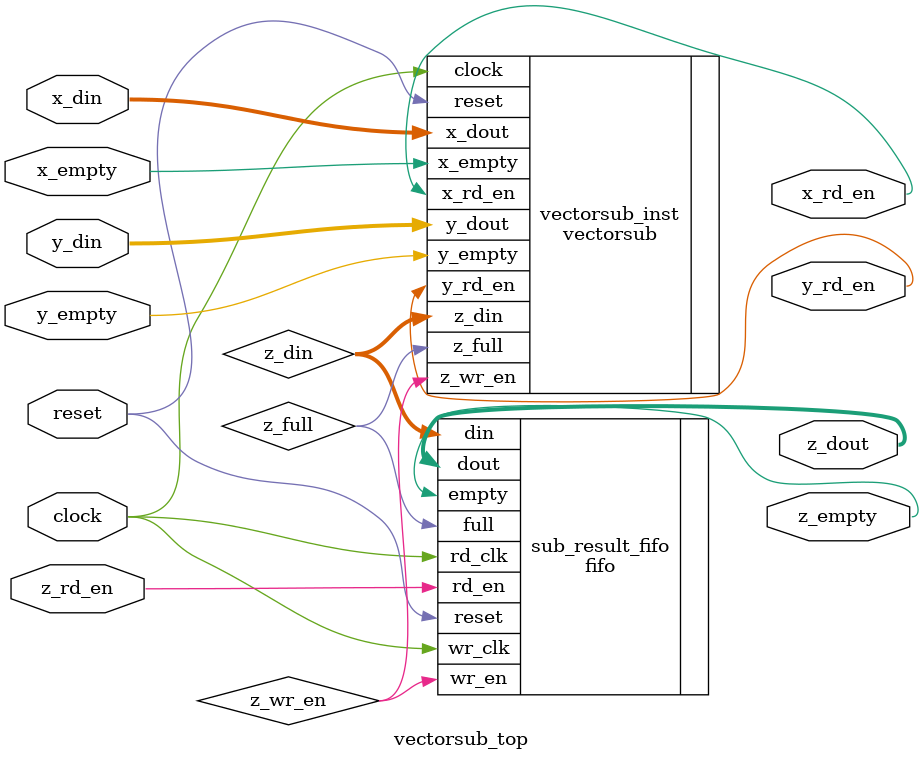
<source format=sv>

module vectorsub_top #(  
    parameter DATA_WIDTH = 32,
    parameter FIFO_BUFFER_SIZE = 32)
(
    input  logic clock,
    input  logic reset,
    // read from pic1 fifo
    output logic x_rd_en,
    input logic x_empty,
    input  logic [DATA_WIDTH-1:0] x_din,
    //read from pic2 fifo
    output logic y_rd_en,
    input logic y_empty,
    input  logic [DATA_WIDTH-1:0] y_din,
    // output of subtraction fifo
    input  logic z_rd_en,
    output logic z_empty,
    output logic [DATA_WIDTH-1:0] z_dout
);
// from subtraction mdoule to output fifo
logic [DATA_WIDTH-1:0]z_din;
logic  z_full;
logic  z_wr_en;

vectorsub #(
  .DATA_WIDTH(DATA_WIDTH)
) vectorsub_inst (
    .clock(clock),
    .reset(reset),
    .x_dout(x_din),
    .x_rd_en(x_rd_en),
    .x_empty(x_empty),
    .y_dout(y_din),
    .y_rd_en(y_rd_en),
    .y_empty(y_empty),
    .z_din(z_din),
    .z_full(z_full),
    .z_wr_en(z_wr_en)
);

// fifo #(
//     .FIFO_BUFFER_SIZE(FIFO_BUFFER_SIZE),
//     .FIFO_DATA_WIDTH(DATA_WIDTH)
// ) x_inst (
//     .reset(reset),
//     .wr_clk(clock),
//     .wr_en(x_wr_en),
//     .din(x_din),
//     .full(x_full),
//     .rd_clk(clock),
//     .rd_en(x_rd_en),
//     .dout(x_dout),
//     .empty(x_empty)
// );

// fifo #(
//     .FIFO_BUFFER_SIZE(FIFO_BUFFER_SIZE),
//     .FIFO_DATA_WIDTH(DATA_WIDTH)
// ) y_inst (
//     .reset(reset),
//     .wr_clk(clock),
//     .wr_en(y_wr_en),
//     .din(y_din),
//     .full(y_full),
//     .rd_clk(clock),
//     .rd_en(y_rd_en),
//     .dout(y_dout),
//     .empty(y_empty)
// );

fifo #(
    .FIFO_BUFFER_SIZE(FIFO_BUFFER_SIZE),
    .FIFO_DATA_WIDTH(DATA_WIDTH)
) sub_result_fifo (
    .reset(reset),
    .wr_clk(clock),
    .wr_en(z_wr_en),
    .din(z_din),
    .full(z_full),
    .rd_clk(clock),
    .rd_en(z_rd_en),
    .dout(z_dout),
    .empty(z_empty)
);

endmodule
</source>
